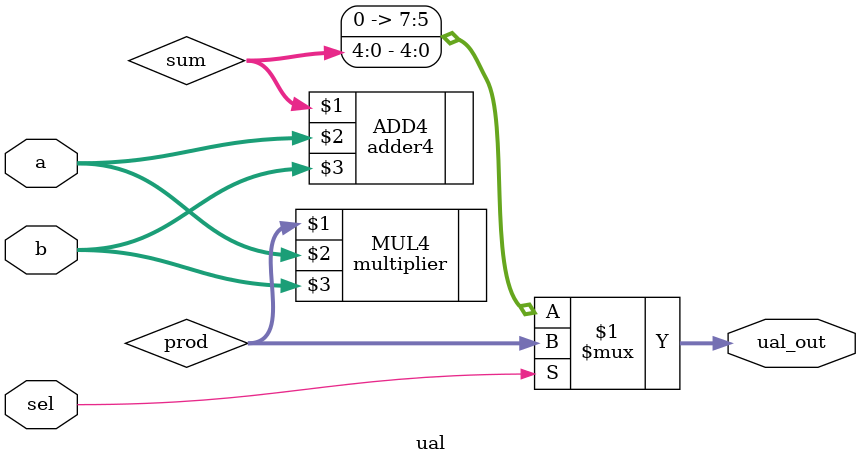
<source format=v>
`timescale 1ns / 1ps
module ual(
    input [3:0] a,
    input [3:0] b,
    output [7:0] ual_out,
    input sel
    );

wire [4:0] sum;
wire [7:0] prod;

adder4 		ADD4 ( sum,a,b);
multiplier  MUL4 (prod,a,b);

assign ual_out = sel ? prod : {3'b0,sum};
endmodule

</source>
